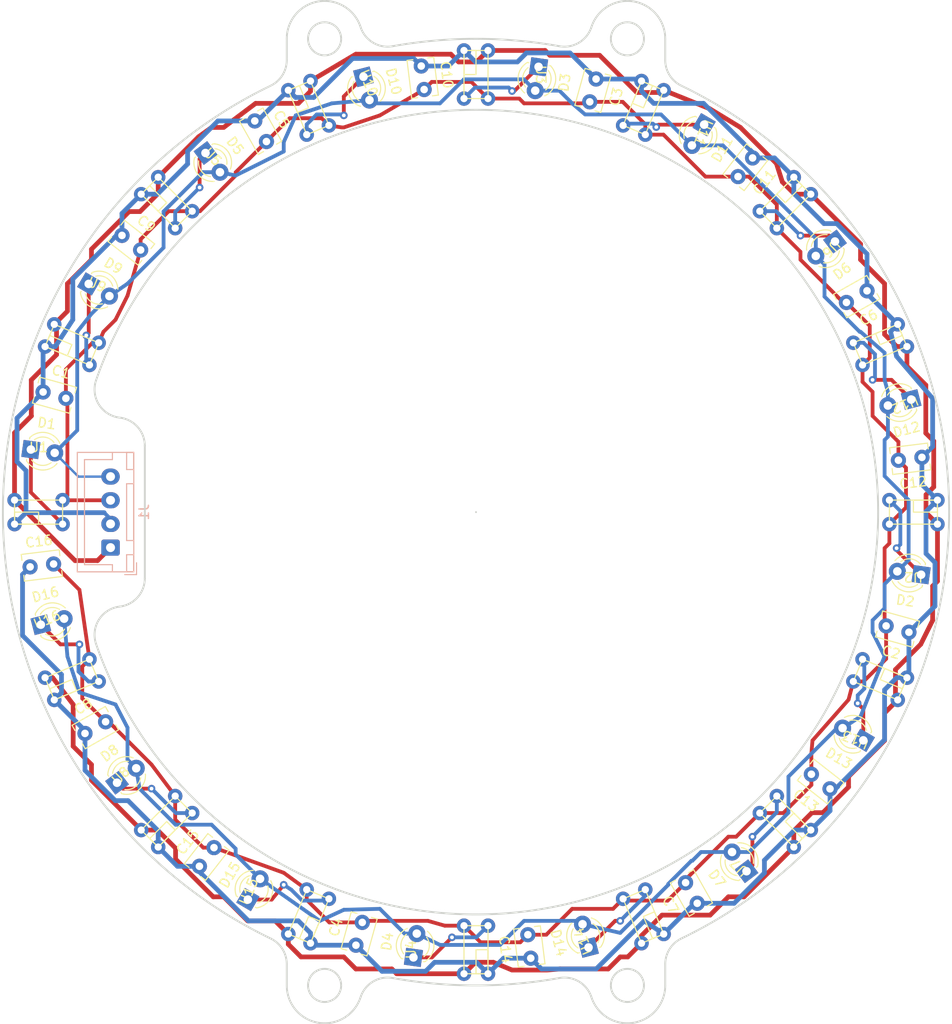
<source format=kicad_pcb>
(kicad_pcb (version 20211014) (generator pcbnew)
  (layers (0 "F.Cu" signal) (31 "B.Cu" signal) (34 "B.Paste" user) (35 "F.Paste" user) (36 "B.SilkS" user "B.Silkscreen") (37 "F.SilkS" user "F.Silkscreen") (38 "B.Mask" user) (39 "F.Mask" user) (44 "Edge.Cuts" user))
  (net 0 "")
  (net 1 "Net-(D1-Pad1)")
  (net 2 "5")
  (net 3 "Net-(D2-Pad1)")
  (net 4 "GND")
  (net 5 "+5V")
  (net 6 "Net-(D3-Pad1)")
  (net 7 "Net-(D4-Pad1)")
  (net 8 "Net-(D5-Pad1)")
  (net 9 "Net-(D6-Pad1)")
  (net 10 "Net-(D7-Pad1)")
  (net 11 "Net-(D8-Pad1)")
  (net 12 "Net-(D9-Pad1)")
  (net 13 "Net-(D10-Pad1)")
  (net 14 "Net-(D11-Pad1)")
  (net 15 "Net-(D12-Pad1)")
  (net 16 "Net-(D13-Pad1)")
  (net 17 "Net-(D14-Pad1)")
  (net 18 "Net-(D15-Pad1)")
  (net 19 "Net-(D16-Pad1)")
  (net 20 "1")
  (footprint "LED_THT:LED_D3.0mm_Clear" (layer "F.Cu") (at 180.988019 139.537582 127)
    (fp_text reference "D7")
    (fp_text value "LED")
  )
  (footprint "Capacitor_THT:C_Disc_D3.8mm_W2.6mm_P2.50mm" (layer "F.Cu") (at 199.524106 95.813887 -173)
    (fp_text reference "C12")
    (fp_text value "C_Small")
  )
  (footprint "Line_sennsor:Line_sennsor" (layer "F.Cu") (at 189.57826 73.401996 -135)
    (fp_text reference "U6")
    (fp_text value "S4282-51")
  )
  (footprint "Line_sennsor:Line_sennsor" (layer "F.Cu") (at 107.260857 113.424055 22.5)
    (fp_text reference "U16")
    (fp_text value "S4282-51")
  )
  (footprint "Line_sennsor:Line_sennsor" (layer "F.Cu") (at 106.172 95.25)
    (fp_text reference "U1")
    (fp_text value "S4282-51")
  )
  (footprint "LED_THT:LED_D3.0mm_Clear" (layer "F.Cu") (at 199.440704 108.21114 172)
    (fp_text reference "D2")
    (fp_text value "LED")
  )
  (footprint "Capacitor_THT:C_Disc_D3.8mm_W2.6mm_P2.50mm" (layer "F.Cu") (at 181.630376 64.186825 -128)
    (fp_text reference "C11")
    (fp_text value "C_Small")
  )
  (footprint "Line_sennsor:Line_sennsor" (layer "F.Cu") (at 198.628 107.95 180)
    (fp_text reference "U2")
    (fp_text value "S4282-51")
  )
  (footprint "Capacitor_THT:C_Disc_D3.8mm_W2.6mm_P2.50mm" (layer "F.Cu") (at 129.020714 60.277252 -60.5)
    (fp_text reference "C5")
    (fp_text value "C_Small")
  )
  (footprint "Capacitor_THT:C_Disc_D3.8mm_W2.6mm_P2.50mm" (layer "F.Cu") (at 111.077252 124.979286 29.5)
    (fp_text reference "C8")
    (fp_text value "C_Small")
  )
  (footprint "Line_sennsor:Line_sennsor" (layer "F.Cu") (at 124.201996 64.42174 -45)
    (fp_text reference "U5")
    (fp_text value "S4282-51")
  )
  (footprint "Line_sennsor:Line_sennsor" (layer "F.Cu") (at 115.22174 129.798004 45)
    (fp_text reference "U8")
    (fp_text value "S4282-51")
  )
  (footprint "LED_THT:LED_D3.0mm_Clear" (layer "F.Cu") (at 193.32997 125.709595 149.5)
    (fp_text reference "D13")
    (fp_text value "LED")
  )
  (footprint "LED_THT:LED_D3.0mm_Clear" (layer "F.Cu") (at 123.811981 63.662418 -53)
    (fp_text reference "D5")
    (fp_text value "LED")
  )
  (footprint "Line_sennsor:Line_sennsor" (layer "F.Cu") (at 192.679063 125.157325 157.5)
    (fp_text reference "U13")
    (fp_text value "S4282-51")
  )
  (footprint "Line_sennsor:Line_sennsor" (layer "F.Cu") (at 175.957325 61.320937 -112.5)
    (fp_text reference "U11")
    (fp_text value "S4282-51")
  )
  (footprint "LED_THT:LED_D3.0mm_Clear" (layer "F.Cu") (at 145.78886 148.640704 82)
    (fp_text reference "D4")
    (fp_text value "LED")
  )
  (footprint "Line_sennsor:Line_sennsor" (layer "F.Cu") (at 158.75 55.372 -90)
    (fp_text reference "U3")
    (fp_text value "S4282-51")
  )
  (footprint "Line_sennsor:Line_sennsor" (layer "F.Cu") (at 112.120937 78.042675 -22.5)
    (fp_text reference "U9")
    (fp_text value "S4282-51")
  )
  (footprint "LED_THT:LED_D3.0mm_Clear" (layer "F.Cu") (at 198.389917 89.706199 -165.5)
    (fp_text reference "D12")
    (fp_text value "LED")
  )
  (footprint "LED_THT:LED_D3.0mm_Clear" (layer "F.Cu") (at 190.337582 73.011981 -143)
    (fp_text reference "D6")
    (fp_text value "LED")
  )
  (footprint "Line_sennsor:Line_sennsor" (layer "F.Cu") (at 140.575945 56.460857 -67.5)
    (fp_text reference "U10")
    (fp_text value "S4282-51")
  )
  (footprint "Capacitor_THT:C_Disc_D3.8mm_W2.6mm_P2.50mm" (layer "F.Cu") (at 114.986825 72.369624 -38)
    (fp_text reference "C9")
    (fp_text value "C_Small")
  )
  (footprint "Capacitor_THT:C_Disc_D3.8mm_W2.6mm_P2.50mm" (layer "F.Cu") (at 189.813175 130.830376 142)
    (fp_text reference "C13")
    (fp_text value "C_Small")
  )
  (footprint "Capacitor_THT:C_Disc_D3.8mm_W2.6mm_P2.50mm" (layer "F.Cu") (at 139.712056 147.351246 74.5)
    (fp_text reference "C4")
    (fp_text value "C_Small")
  )
  (footprint "Line_sennsor:Line_sennsor" (layer "F.Cu") (at 197.539143 89.775945 -157.5)
    (fp_text reference "U12")
    (fp_text value "S4282-51")
  )
  (footprint "Line_sennsor:Line_sennsor" (layer "F.Cu") (at 146.05 147.828 90)
    (fp_text reference "U4")
    (fp_text value "S4282-51")
  )
  (footprint "Line_sennsor:Line_sennsor" (layer "F.Cu") (at 128.842675 141.879063 67.5)
    (fp_text reference "U15")
    (fp_text value "S4282-51")
  )
  (footprint "LED_THT:LED_D3.0mm_Clear" (layer "F.Cu") (at 128.290405 142.52997 59.5)
    (fp_text reference "D15")
    (fp_text value "LED")
  )
  (footprint "LED_THT:LED_D3.0mm_Clear" (layer "F.Cu") (at 105.359296 94.98886 -8)
    (fp_text reference "D1")
    (fp_text value "LED")
  )
  (footprint "Capacitor_THT:C_Disc_D3.8mm_W2.6mm_P2.50mm" (layer "F.Cu") (at 106.648754 88.912056 -15.5)
    (fp_text reference "C1")
    (fp_text value "C_Small")
  )
  (footprint "Line_sennsor:Line_sennsor" (layer "F.Cu") (at 180.598004 138.77826 135)
    (fp_text reference "U7")
    (fp_text value "S4282-51")
  )
  (footprint "Capacitor_THT:C_Disc_D3.8mm_W2.6mm_P2.50mm" (layer "F.Cu") (at 165.087944 55.848754 -105.5)
    (fp_text reference "C3")
    (fp_text value "C_Small")
  )
  (footprint "LED_THT:LED_D3.0mm_Clear" (layer "F.Cu") (at 114.462418 130.188019 37)
    (fp_text reference "D8")
    (fp_text value "LED")
  )
  (footprint "Capacitor_THT:C_Disc_D3.8mm_W2.6mm_P2.50mm" (layer "F.Cu") (at 198.151246 114.287944 164.5)
    (fp_text reference "C2")
    (fp_text value "C_Small")
  )
  (footprint "Capacitor_THT:C_Disc_D3.8mm_W2.6mm_P2.50mm" (layer "F.Cu") (at 123.169624 139.013175 52)
    (fp_text reference "C15")
    (fp_text value "C_Small")
  )
  (footprint "LED_THT:LED_D3.0mm_Clear" (layer "F.Cu") (at 159.01114 54.559296 -98)
    (fp_text reference "D3")
    (fp_text value "LED")
  )
  (footprint "Capacitor_THT:C_Disc_D3.8mm_W2.6mm_P2.50mm" (layer "F.Cu") (at 193.722748 78.220714 -150.5)
    (fp_text reference "C6")
    (fp_text value "C_Small")
  )
  (footprint "Capacitor_THT:C_Disc_D3.8mm_W2.6mm_P2.50mm" (layer "F.Cu") (at 105.275894 107.386113 7)
    (fp_text reference "C16")
    (fp_text value "C_Small")
  )
  (footprint "Capacitor_THT:C_Disc_D3.8mm_W2.6mm_P2.50mm" (layer "F.Cu") (at 175.779286 142.922748 119.5)
    (fp_text reference "C7")
    (fp_text value "C_Small")
  )
  (footprint "LED_THT:LED_D3.0mm_Clear" (layer "F.Cu") (at 140.506199 55.610083 -75.5)
    (fp_text reference "D10")
    (fp_text value "LED")
  )
  (footprint "Line_sennsor:Line_sennsor" (layer "F.Cu") (at 164.224055 146.739143 112.5)
    (fp_text reference "U14")
    (fp_text value "S4282-51")
  )
  (footprint "LED_THT:LED_D3.0mm_Clear" (layer "F.Cu") (at 164.293801 147.589917 104.5)
    (fp_text reference "D14")
    (fp_text value "LED")
  )
  (footprint "LED_THT:LED_D3.0mm_Clear" (layer "F.Cu") (at 111.47003 77.490405 -30.5)
    (fp_text reference "D9")
    (fp_text value "LED")
  )
  (footprint "Capacitor_THT:C_Disc_D3.8mm_W2.6mm_P2.50mm" (layer "F.Cu") (at 146.613887 54.475894 -83)
    (fp_text reference "C10")
    (fp_text value "C_Small")
  )
  (footprint "LED_THT:LED_D3.0mm_Clear" (layer "F.Cu") (at 106.410083 113.493801 14.5)
    (fp_text reference "D16")
    (fp_text value "LED")
  )
  (footprint "Capacitor_THT:C_Disc_D3.8mm_W2.6mm_P2.50mm" (layer "F.Cu") (at 158.186113 148.724106 97)
    (fp_text reference "C14")
    (fp_text value "C_Small")
  )
  (footprint "LED_THT:LED_D3.0mm_Clear" (layer "F.Cu") (at 176.509595 60.67003 -120.5)
    (fp_text reference "D11")
    (fp_text value "LED")
  )
  (footprint "Connector_JST:JST_XH_B4B-XH-A_1x04_P2.50mm_Vertical" (layer "B.Cu") (at 113.775 105.35 90)
    (fp_text reference "J1")
    (fp_text value "Conn_01x04_Female")
  )
  (gr_line (start 132.4 51.6) (end 132.4 53.850655) (layer "Edge.Cuts") (width 0.2))
  (gr_circle (center 136.4 151.6) (end 138.15 151.6) (layer "Edge.Cuts") (width 0.2) (fill none))
  (gr_arc (start 130.701887 146.646552) (mid 102.4 101.6) (end 130.701887 56.553448) (layer "Edge.Cuts") (width 0.2))
  (gr_arc (start 143.584207 52.383318) (mid 152.4 51.6) (end 161.215793 52.383318) (layer "Edge.Cuts") (width 0.2))
  (gr_line (start 172.4 53.850654) (end 172.4 51.6) (layer "Edge.Cuts") (width 0.2))
  (gr_arc (start 140.203005 152.839819) (mid 141.514899 151.19533) (end 143.584207 150.816682) (layer "Edge.Cuts") (width 0.2))
  (gr_circle (center 152.4 101.6) (end 152.5 101.6) (layer "Edge.Cuts") (width 0.0001) (fill solid))
  (gr_arc (start 174.098113 56.553448) (mid 202.4 101.6) (end 174.098113 146.646552) (layer "Edge.Cuts") (width 0.2))
  (gr_arc (start 132.4 53.850655) (mid 131.940242 55.44664) (end 130.701887 56.553448) (layer "Edge.Cuts") (width 0.2))
  (gr_arc (start 114.743407 91.619719) (mid 116.639444 92.603781) (end 117.399999 94.6) (layer "Edge.Cuts") (width 0.2))
  (gr_arc (start 172.4 151.6) (mid 169.027686 155.550444) (end 164.596995 152.839819) (layer "Edge.Cuts") (width 0.2))
  (gr_arc (start 172.4 149.349346) (mid 172.85974 147.753342) (end 174.098113 146.646552) (layer "Edge.Cuts") (width 0.2))
  (gr_arc (start 112.252901 87.655093) (mid 194.9 101.6) (end 112.252901 115.544907) (layer "Edge.Cuts") (width 0.2))
  (gr_arc (start 164.596995 50.360181) (mid 163.285101 52.004672) (end 161.215793 52.383318) (layer "Edge.Cuts") (width 0.2))
  (gr_arc (start 161.215793 150.816682) (mid 163.2851 151.195331) (end 164.596995 152.839819) (layer "Edge.Cuts") (width 0.2))
  (gr_circle (center 136.4 51.6) (end 138.15 51.6) (layer "Edge.Cuts") (width 0.2) (fill none))
  (gr_arc (start 140.203005 152.839819) (mid 135.772314 155.550444) (end 132.4 151.6) (layer "Edge.Cuts") (width 0.2))
  (gr_arc (start 130.701887 146.646552) (mid 131.940242 147.75336) (end 132.4 149.349346) (layer "Edge.Cuts") (width 0.2))
  (gr_line (start 117.399999 108.6) (end 117.399999 94.6) (layer "Edge.Cuts") (width 0.2))
  (gr_circle (center 168.4 51.6) (end 170.15 51.6) (layer "Edge.Cuts") (width 0.2) (fill none))
  (gr_circle (center 168.4 151.6) (end 170.15 151.6) (layer "Edge.Cuts") (width 0.2) (fill none))
  (gr_line (start 172.4 151.6) (end 172.4 149.349346) (layer "Edge.Cuts") (width 0.2))
  (gr_arc (start 174.098113 56.553448) (mid 172.859756 55.44664) (end 172.4 53.850654) (layer "Edge.Cuts") (width 0.2))
  (gr_line (start 132.4 149.349346) (end 132.4 151.6) (layer "Edge.Cuts") (width 0.2))
  (gr_arc (start 164.596995 50.360181) (mid 169.027686 47.649556) (end 172.4 51.6) (layer "Edge.Cuts") (width 0.2))
  (gr_arc (start 132.4 51.6) (mid 135.772314 47.649556) (end 140.203005 50.360181) (layer "Edge.Cuts") (width 0.2))
  (gr_arc (start 117.399999 108.6) (mid 116.639444 110.596219) (end 114.743407 111.580281) (layer "Edge.Cuts") (width 0.2))
  (gr_arc (start 112.252901 115.544907) (mid 112.546458 112.964756) (end 114.743407 111.580281) (layer "Edge.Cuts") (width 0.2))
  (gr_arc (start 143.584207 52.383318) (mid 141.514899 52.00467) (end 140.203005 50.360181) (layer "Edge.Cuts") (width 0.2))
  (gr_arc (start 114.743407 91.619719) (mid 112.546458 90.235244) (end 112.252901 87.655093) (layer "Edge.Cuts") (width 0.2))
  (gr_arc (start 161.215793 150.816682) (mid 152.4 151.6) (end 143.584207 150.816682) (layer "Edge.Cuts") (width 0.2))
  (segment (start 105.359296 99.517296) (end 105.359296 94.98886) (width 0.4) (layer "F.Cu") (net 1))
  (segment (start 108.712 102.87) (end 105.359296 99.517296) (width 0.4) (layer "F.Cu") (net 1))
  (segment (start 195.58 87.63) (end 195.930822 88.9) (width 0.4) (layer "B.Cu") (net 2))
  (segment (start 148.59 147.32) (end 146.14236 146.125423) (width 0.4) (layer "B.Cu") (net 2))
  (segment (start 109.22 116.84) (end 108.869178 112.857836) (width 0.4) (layer "B.Cu") (net 2))
  (segment (start 127 137.76188) (end 127 137.16) (width 0.4) (layer "B.Cu") (net 2))
  (segment (start 185.42 133.35) (end 181.260952 137.509048) (width 0.4) (layer "B.Cu") (net 2))
  (segment (start 135.89 144.78) (end 129.579552 140.341432) (width 0.4) (layer "B.Cu") (net 2))
  (segment (start 125.340591 65.690952) (end 127 66.04) (width 0.4) (layer "B.Cu") (net 2))
  (segment (start 115.57 127.738457) (end 115.57 124.36872) (width 0.4) (layer "B.Cu") (net 2))
  (segment (start 141.142164 58.069178) (end 141.492986 58.42) (width 0.4) (layer "B.Cu") (net 2))
  (segment (start 194.31 114.3) (end 195.58 116.84) (width 0.4) (layer "B.Cu") (net 2))
  (segment (start 188.332043 74.540591) (end 189.23 75.438548) (width 0.4) (layer "B.Cu") (net 2))
  (segment (start 195.58 84.7725) (end 195.58 87.63) (width 0.4) (layer "B.Cu") (net 2))
  (segment (start 162.56 58.42) (end 163.929968 59.590032) (width 0.4) (layer "B.Cu") (net 2))
  (segment (start 161.214577 57.074577) (end 162.56 58.42) (width 0.4) (layer "B.Cu") (net 2))
  (segment (start 157.48 144.78) (end 154.94 147.32) (width 0.4) (layer "B.Cu") (net 2))
  (segment (start 111.76 80.651432) (end 113.658568 78.779552) (width 0.4) (layer "B.Cu") (net 2))
  (segment (start 154.94 147.32) (end 148.59 147.32) (width 0.4) (layer "B.Cu") (net 2))
  (segment (start 158.65764 57.074577) (end 161.214577 57.074577) (width 0.4) (layer "B.Cu") (net 2))
  (segment (start 163.657836 145.130822) (end 163.307014 144.78) (width 0.4) (layer "B.Cu") (net 2))
  (segment (start 133.35 59.69) (end 137.16 58.42) (width 0.4) (layer "B.Cu") (net 2))
  (segment (start 167.64 146.05) (end 163.657836 145.130822) (width 0.4) (layer "B.Cu") (net 2))
  (segment (start 190.539552 124.420448) (end 185.42 129.54) (width 0.4) (layer "B.Cu") (net 2))
  (segment (start 141.492986 58.42) (end 148.59 58.42) (width 0.4) (layer "B.Cu") (net 2))
  (segment (start 175.26 138.43) (end 175.16872 138.43) (width 0.4) (layer "B.Cu") (net 2))
  (segment (start 171.951912 59.590032) (end 175.220448 62.858568) (width 0.4) (layer "B.Cu") (net 2))
  (segment (start 188.309048 74.540591) (end 188.332043 74.540591) (width 0.4) (layer "B.Cu") (net 2))
  (segment (start 110.382217 97.85) (end 107.874577 95.34236) (width 0.25) (layer "B.Cu") (net 2))
  (segment (start 157.463063 55.88) (end 158.65764 57.074577) (width 0.4) (layer "B.Cu") (net 2))
  (segment (start 193.04 123.19) (end 191.141432 124.420448) (width 0.4) (layer "B.Cu") (net 2))
  (segment (start 192.94872 82.55) (end 193.04 82.55) (width 0.4) (layer "B.Cu") (net 2))
  (segment (start 142.24 143.51) (end 138.43 143.609968) (width 0.4) (layer "B.Cu") (net 2))
  (segment (start 132.08 62.508932) (end 133.35 59.69) (width 0.4) (layer "B.Cu") (net 2))
  (segment (start 181.260952 137.509048) (end 179.459409 137.509048) (width 0.4) (layer "B.Cu") (net 2))
  (segment (start 195.930822 93.629178) (end 195.58 93.98) (width 0.4) (layer "B.Cu") (net 2))
  (segment (start 175.16872 138.43) (end 172.72 140.87872) (width 0.4) (layer "B.Cu") (net 2))
  (segment (start 198.12 100.33) (end 198.12 106.663063) (width 0.4) (layer "B.Cu") (net 2))
  (segment (start 137.16 58.42) (end 141.142164 58.069178) (width 0.4) (layer "B.Cu") (net 2))
  (segment (start 113.658568 78.779552) (end 115.57 77.47) (width 0.4) (layer "B.Cu") (net 2))
  (segment (start 175.220448 62.858568) (end 178.489304 62.858568) (width 0.4) (layer "B.Cu") (net 2))
  (segment (start 148.59 58.42) (end 151.13 55.88) (width 0.4) (layer "B.Cu") (net 2))
  (segment (start 127 66.04) (end 132.08 63.5) (width 0.4) (layer "B.Cu") (net 2))
  (segment (start 189.23 78.83128) (end 192.94872 82.55) (width 0.4) (layer "B.Cu") (net 2))
  (segment (start 151.13 55.88) (end 157.463063 55.88) (width 0.4) (layer "B.Cu") (net 2))
  (segment (start 195.58 93.98) (end 195.58 97.79) (width 0.4) (layer "B.Cu") (net 2))
  (segment (start 163.307014 144.78) (end 157.48 144.78) (width 0.4) (layer "B.Cu") (net 2))
  (segment (start 138.43 143.609968) (end 135.89 144.78) (width 0.4) (layer "B.Cu") (net 2))
  (segment (start 119.38 73.66) (end 119.38 69.85) (width 0.4) (layer "B.Cu") (net 2))
  (segment (start 176.180952 137.509048) (end 175.26 138.43) (width 0.4) (layer "B.Cu") (net 2))
  (segment (start 144.855423 146.125423) (end 142.24 143.51) (width 0.4) (layer "B.Cu") (net 2))
  (segment (start 172.72 140.97) (end 167.64 146.05) (width 0.4) (layer "B.Cu") (net 2))
  (segment (start 196.925423 107.85764) (end 195.58 109.203063) (width 0.4) (layer "B.Cu") (net 2))
  (segment (start 195.58 111.76) (end 194.31 113.03) (width 0.4) (layer "B.Cu") (net 2))
  (segment (start 123.539048 65.690952) (end 125.340591 65.690952) (width 0.4) (layer "B.Cu") (net 2))
  (segment (start 178.489304 62.858568) (end 188.309048 72.678312) (width 0.4) (layer "B.Cu") (net 2))
  (segment (start 113.775 97.85) (end 110.382217 97.85) (width 0.25) (layer "B.Cu") (net 2))
  (segment (start 195.930822 90.342164) (end 195.930822 93.629178) (width 0.4) (layer "B.Cu") (net 2))
  (segment (start 179.459409 137.509048) (end 176.180952 137.509048) (width 0.4) (layer "B.Cu") (net 2))
  (segment (start 124.46 134.62) (end 120.65 134.62) (width 0.4) (layer "B.Cu") (net 2))
  (segment (start 116.84 130.81) (end 116.490952 128.659409) (width 0.4) (layer "B.Cu") (net 2))
  (segment (start 116.490952 128.659409) (end 115.57 127.738457) (width 0.4) (layer "B.Cu") (net 2))
  (segment (start 114.3 121.92) (end 110.49 120.65) (width 0.4) (layer "B.Cu") (net 2))
  (segment (start 132.08 63.5) (end 132.08 62.508932) (width 0.4) (layer "B.Cu") (net 2))
  (segment (start 172.72 140.87872) (end 172.72 140.97) (width 0.4) (layer "B.Cu") (net 2))
  (segment (start 163.929968 59.590032) (end 171.951912 59.590032) (width 0.4) (layer "B.Cu") (net 2))
  (segment (start 110.257341 82.55) (end 111.76 80.651432) (width 0.4) (layer "B.Cu") (net 2))
  (segment (start 194.31 113.03) (end 194.31 114.3) (width 0.4) (layer "B.Cu") (net 2))
  (segment (start 191.141432 124.420448) (end 190.539552 124.420448) (width 0.4) (layer "B.Cu") (net 2))
  (segment (start 146.14236 146.125423) (end 144.855423 146.125423) (width 0.4) (layer "B.Cu") (net 2))
  (segment (start 189.23 75.438548) (end 189.23 78.83128) (width 0.4) (layer "B.Cu") (net 2))
  (segment (start 195.930822 88.9) (end 195.930822 90.342164) (width 0.4) (layer "B.Cu") (net 2))
  (segment (start 198.12 106.663063) (end 196.925423 107.85764) (width 0.4) (layer "B.Cu") (net 2))
  (segment (start 127 137.16) (end 124.46 134.62) (width 0.4) (layer "B.Cu") (net 2))
  (segment (start 107.874577 95.34236) (end 110.257341 92.959596) (width 0.4) (layer "B.Cu") (net 2))
  (segment (start 188.309048 72.678312) (end 188.309048 74.540591) (width 0.4) (layer "B.Cu") (net 2))
  (segment (start 129.579552 140.341432) (end 127 137.76188) (width 0.4) (layer "B.Cu") (net 2))
  (segment (start 195.58 109.203063) (end 195.58 111.76) (width 0.4) (layer "B.Cu") (net 2))
  (segment (start 120.65 134.62) (end 116.84 130.81) (width 0.4) (layer "B.Cu") (net 2))
  (segment (start 195.58 116.84) (end 193.04 123.19) (width 0.4) (layer "B.Cu") (net 2))
  (segment (start 195.58 97.79) (end 198.12 100.33) (width 0.4) (layer "B.Cu") (net 2))
  (segment (start 119.38 69.85) (end 123.539048 65.690952) (width 0.4) (layer "B.Cu") (net 2))
  (segment (start 193.04 82.55) (end 195.58 84.7725) (width 0.4) (layer "B.Cu") (net 2))
  (segment (start 115.57 124.36872) (end 114.3 121.92) (width 0.4) (layer "B.Cu") (net 2))
  (segment (start 185.42 129.54) (end 185.42 133.35) (width 0.4) (layer "B.Cu") (net 2))
  (segment (start 115.57 77.47) (end 119.38 73.66) (width 0.4) (layer "B.Cu") (net 2))
  (segment (start 110.257341 92.959596) (end 110.257341 82.55) (width 0.4) (layer "B.Cu") (net 2))
  (segment (start 110.49 120.65) (end 109.22 116.84) (width 0.4) (layer "B.Cu") (net 2))
  (segment (start 196.85 105.41) (end 196.85 105.620436) (width 0.4) (layer "F.Cu") (net 3))
  (segment (start 196.85 105.620436) (end 199.440704 108.21114) (width 0.4) (layer "F.Cu") (net 3))
  (via (at 196.85 105.41) (size 0.8) (drill 0.4) (layers "F.Cu" "B.Cu") (net 3))
  (segment (start 196.088 100.33) (end 197.249511 101.491511) (width 0.4) (layer "B.Cu") (net 3))
  (segment (start 197.249511 105.010489) (end 196.85 105.41) (width 0.4) (layer "B.Cu") (net 3))
  (segment (start 197.249511 101.491511) (end 197.249511 105.010489) (width 0.4) (layer "B.Cu") (net 3))
  (segment (start 132.563967 57.030251) (end 133.325966 57.79225) (width 0.5) (layer "B.Cu") (net 4))
  (segment (start 146.613887 54.475894) (end 149.486106 54.475894) (width 0.5) (layer "B.Cu") (net 4))
  (segment (start 104.843511 101.658489) (end 104.843511 97.223511) (width 0.5) (layer "B.Cu") (net 4))
  (segment (start 111.077252 124.683034) (end 107.830251 121.436033) (width 0.5) (layer "B.Cu") (net 4))
  (segment (start 196.20775 82.525966) (end 196.85 85.145648) (width 0.5) (layer "B.Cu") (net 4))
  (segment (start 128.353785 144.78) (end 123.169624 139.595839) (width 0.5) (layer "B.Cu") (net 4))
  (segment (start 193.722748 74.323887) (end 193.722748 78.220714) (width 0.5) (layer "B.Cu") (net 4))
  (segment (start 169.889379 56.058235) (end 169.889379 57.135865) (width 0.5) (layer "B.Cu") (net 4))
  (segment (start 114.986825 70.044808) (end 117.017791 68.013842) (width 0.5) (layer "B.Cu") (net 4))
  (segment (start 175.483034 142.922748) (end 172.236033 146.169749) (width 0.5) (layer "B.Cu") (net 4))
  (segment (start 170.18 144.78) (end 165.1 149.86) (width 0.5) (layer "B.Cu") (net 4))
  (segment (start 117.017791 68.013842) (end 118.731127 68.013842) (width 0.5) (layer "B.Cu") (net 4))
  (segment (start 199.956489 105.976489) (end 200.906721 106.926721) (width 0.5) (layer "B.Cu") (net 4))
  (segment (start 197.941765 119.089379) (end 196.864135 119.089379) (width 0.5) (layer "B.Cu") (net 4))
  (segment (start 121.92 63.481139) (end 125.123887 60.277252) (width 0.5) (layer "B.Cu") (net 4))
  (segment (start 152.341511 54.043511) (end 156.776489 54.043511) (width 0.5) (layer "B.Cu") (net 4))
  (segment (start 195.58 125.646215) (end 190.395839 130.830376) (width 0.5) (layer "B.Cu") (net 4))
  (segment (start 114.404161 72.369624) (end 114.986825 72.369624) (width 0.5) (layer "B.Cu") (net 4))
  (segment (start 113.106511 101.658489) (end 104.843511 101.658489) (width 0.5) (layer "B.Cu") (net 4))
  (segment (start 176.446215 58.42) (end 181.630376 63.604161) (width 0.5) (layer "B.Cu") (net 4))
  (segment (start 103.632 102.87) (end 104.843511 101.658489) (width 0.5) (layer "B.Cu") (net 4))
  (segment (start 199.524106 95.813887) (end 199.524106 98.686106) (width 0.5) (layer "B.Cu") (net 4))
  (segment (start 159.322007 149.86) (end 158.186113 148.724106) (width 0.5) (layer "B.Cu") (net 4))
  (segment (start 104.475895 108.186112) (end 105.275894 107.386113) (width 0.5) (layer "B.Cu") (net 4))
  (segment (start 113.775 102.326978) (end 113.106511 101.658489) (width 0.4) (layer "B.Cu") (net 4))
  (segment (start 158.186113 148.724106) (end 155.313894 148.724106) (width 0.5) (layer "B.Cu") (net 4))
  (segment (start 181.630376 64.186825) (end 183.955192 64.186825) (width 0.5) (layer "B.Cu") (net 4))
  (segment (start 109.788259 81.28) (end 109.788259 76.985526) (width 0.5) (layer "B.Cu") (net 4))
  (segment (start 142.467531 150.106721) (end 139.712056 147.351246) (width 0.5) (layer "B.Cu") (net 4))
  (segment (start 179.676113 142.922748) (end 175.779286 142.922748) (width 0.5) (layer "B.Cu") (net 4))
  (segment (start 114.986825 72.369624) (end 114.986825 70.044808) (width 0.5) (layer "B.Cu") (net 4))
  (segment (start 189.813175 130.830376) (end 189.813175 133.155192) (width 0.5) (layer "B.Cu") (net 4))
  (segment (start 133.325966 57.79225) (end 135.24775 57.79225) (width 0.5) (layer "B.Cu") (net 4))
  (segment (start 104.475895 114.635895) (end 104.475895 108.186112) (width 0.5) (layer "B.Cu") (net 4))
  (segment (start 182.88 139.718861) (end 179.676113 142.922748) (width 0.5) (layer "B.Cu") (net 4))
  (segment (start 125.123887 60.277252) (end 129.020714 60.277252) (width 0.5) (layer "B.Cu") (net 4))
  (segment (start 200.906721 111.532469) (end 198.151246 114.287944) (width 0.5) (layer "B.Cu") (net 4))
  (segment (start 157.726721 53.093279) (end 162.332469 53.093279) (width 0.5) (layer "B.Cu") (net 4))
  (segment (start 193.722748 78.220714) (end 193.722748 78.516966) (width 0.5) (layer "B.Cu") (net 4))
  (segment (start 123.169624 139.013175) (end 120.844808 139.013175) (width 0.5) (layer "B.Cu") (net 4))
  (segment (start 201.168 100.33) (end 199.956489 101.541511) (width 0.5) (layer "B.Cu") (net 4))
  (segment (start 111.077252 124.979286) (end 111.077252 124.683034) (width 0.5) (layer "B.Cu") (net 4))
  (segment (start 108.59225 120.674034) (end 108.59225 118.75225) (width 0.5) (layer "B.Cu") (net 4))
  (segment (start 199.524106 98.686106) (end 201.168 100.33) (width 0.5) (layer "B.Cu") (net 4))
  (segment (start 196.85 85.145648) (end 200.66 89.597898) (width 0.5) (layer "B.Cu") (net 4))
  (segment (start 199.956489 101.541511) (end 199.956489 105.976489) (width 0.5) (layer "B.Cu") (net 4))
  (segment (start 120.844808 139.013175) (end 118.813842 136.982209) (width 0.5) (layer "B.Cu") (net 4))
  (segment (start 123.169624 139.595839) (end 123.169624 139.013175) (width 0.5) (layer "B.Cu") (net 4))
  (segment (start 200.906721 106.926721) (end 200.906721 111.532469) (width 0.5) (layer "B.Cu") (net 4))
  (segment (start 181.630376 63.604161) (end 181.630376 64.186825) (width 0.5) (layer "B.Cu") (net 4))
  (segment (start 196.969749 81.763967) (end 196.20775 82.525966) (width 0.5) (layer "B.Cu") (net 4))
  (segment (start 108.59225 118.75225) (end 104.475895 114.635895) (width 0.5) (layer "B.Cu") (net 4))
  (segment (start 139.364105 53.675895) (end 145.813888 53.675895) (width 0.5) (layer "B.Cu") (net 4))
  (segment (start 147.073279 150.106721) (end 142.467531 150.106721) (width 0.5) (layer "B.Cu") (net 4))
  (segment (start 135.24775 57.79225) (end 139.364105 53.675895) (width 0.5) (layer "B.Cu") (net 4))
  (segment (start 162.332469 53.093279) (end 165.087944 55.848754) (width 0.5) (layer "B.Cu") (net 4))
  (segment (start 165.1 149.86) (end 159.322007 149.86) (width 0.5) (layer "B.Cu") (net 4))
  (segment (start 182.88 138.375031) (end 182.88 139.718861) (width 0.5) (layer "B.Cu") (net 4))
  (segment (start 183.955192 64.186825) (end 185.986158 66.217791) (width 0.5) (layer "B.Cu") (net 4))
  (segment (start 189.813175 133.155192) (end 187.782209 135.186158) (width 0.5) (layer "B.Cu") (net 4))
  (segment (start 155.313894 148.724106) (end 153.67 150.368) (width 0.5) (layer "B.Cu") (net 4))
  (segment (start 113.775 102.85) (end 113.775 102.326978) (width 0.4) (layer "B.Cu") (net 4))
  (segment (start 172.236033 146.169749) (end 170.18 144.78) (width 0.5) (layer "B.Cu") (net 4))
  (segment (start 103.893279 96.273279) (end 103.893279 91.667531) (width 0.5) (layer "B.Cu") (net 4))
  (segment (start 165.087944 55.848754) (end 169.679898 55.848754) (width 0.5) (layer "B.Cu") (net 4))
  (segment (start 187.782209 135.186158) (end 186.068873 135.186158) (width 0.5) (layer "B.Cu") (net 4))
  (segment (start 118.813842 136.982209) (end 118.813842 135.268873) (width 0.5) (layer "B.Cu") (net 4))
  (segment (start 198.151246 118.879898) (end 197.941765 119.089379) (width 0.5) (layer "B.Cu") (net 4))
  (segment (start 106.648754 84.320102) (end 106.858235 84.110621) (width 0.5) (layer "B.Cu") (net 4))
  (segment (start 149.486106 54.475894) (end 151.13 52.832) (width 0.5) (layer "B.Cu") (net 4))
  (segment (start 152.458489 149.156489) (end 148.023511 149.156489) (width 0.5) (layer "B.Cu") (net 4))
  (segment (start 200.66 94.677993) (end 199.524106 95.813887) (width 0.5) (layer "B.Cu") (net 4))
  (segment (start 114.281139 132.08) (end 111.077252 128.876113) (width 0.5) (layer "B.Cu") (net 4))
  (segment (start 103.893279 91.667531) (end 106.648754 88.912056) (width 0.5) (layer "B.Cu") (net 4))
  (segment (start 175.779286 142.922748) (end 175.483034 142.922748) (width 0.5) (layer "B.Cu") (net 4))
  (segment (start 186.068873 135.186158) (end 182.88 138.375031) (width 0.5) (layer "B.Cu") (net 4))
  (segment (start 133.626486 144.78) (end 128.353785 144.78) (width 0.5) (layer "B.Cu") (net 4))
  (segment (start 118.731127 68.013842) (end 121.92 64.824969) (width 0.5) (layer "B.Cu") (net 4))
  (segment (start 195.58 120.373514) (end 195.58 125.646215) (width 0.5) (layer "B.Cu") (net 4))
  (segment (start 193.722748 78.516966) (end 196.969749 81.763967) (width 0.5) (layer "B.Cu") (net 4))
  (segment (start 169.889379 57.135865) (end 171.173514 58.42) (width 0.5) (layer "B.Cu") (net 4))
  (segment (start 135.120102 147.351246) (end 134.910621 147.141765) (width 0.5) (layer "B.Cu") (net 4))
  (segment (start 109.788259 76.985526) (end 114.404161 72.369624) (width 0.5) (layer "B.Cu") (net 4))
  (segment (start 106.858235 84.110621) (end 107.935865 84.110621) (width 0.5) (layer "B.Cu") (net 4))
  (segment (start 134.910621 147.141765) (end 134.910621 146.064135) (width 0.5) (layer "B.Cu") (net 4))
  (segment (start 118.813842 135.268873) (end 115.624969 132.08) (width 0.5) (layer "B.Cu") (net 4))
  (segment (start 121.92 64.824969) (end 121.92 63.481139) (width 0.5) (layer "B.Cu") (net 4))
  (segment (start 107.830251 121.436033) (end 108.59225 120.674034) (width 0.5) (layer "B.Cu") (net 4))
  (segment (start 156.776489 54.043511) (end 157.726721 53.093279) (width 0.5) (layer "B.Cu") (net 4))
  (segment (start 106.648754 88.912056) (end 106.648754 84.320102) (width 0.5) (layer "B.Cu") (net 4))
  (segment (start 104.843511 97.223511) (end 103.893279 96.273279) (width 0.5) (layer "B.Cu") (net 4))
  (segment (start 145.813888 53.675895) (end 146.613887 54.475894) (width 0.5) (layer "B.Cu") (net 4))
  (segment (start 151.13 52.832) (end 152.341511 54.043511) (width 0.5) (layer "B.Cu") (net 4))
  (segment (start 148.023511 149.156489) (end 147.073279 150.106721) (width 0.5) (layer "B.Cu") (net 4))
  (segment (start 189.175031 71.12) (end 190.518861 71.12) (width 0.5) (layer "B.Cu") (net 4))
  (segment (start 196.864135 119.089379) (end 195.58 120.373514) (width 0.5) (layer "B.Cu") (net 4))
  (segment (start 190.395839 130.830376) (end 189.813175 130.830376) (width 0.5) (layer "B.Cu") (net 4))
  (segment (start 153.67 150.368) (end 152.458489 149.156489) (width 0.5) (layer "B.Cu") (net 4))
  (segment (start 134.910621 146.064135) (end 133.626486 144.78) (width 0.5) (layer "B.Cu") (net 4))
  (segment (start 190.518861 71.12) (end 193.722748 74.323887) (width 0.5) (layer "B.Cu") (net 4))
  (segment (start 129.020714 60.277252) (end 129.316966 60.277252) (width 0.5) (layer "B.Cu") (net 4))
  (segment (start 185.986158 66.217791) (end 185.986158 67.931127) (width 0.5) (layer "B.Cu") (net 4))
  (segment (start 169.679898 55.848754) (end 169.889379 56.058235) (width 0.5) (layer "B.Cu") (net 4))
  (segment (start 185.986158 67.931127) (end 189.175031 71.12) (width 0.5) (layer "B.Cu") (net 4))
  (segment (start 129.316966 60.277252) (end 132.563967 57.030251) (width 0.5) (layer "B.Cu") (net 4))
  (segment (start 171.173514 58.42) (end 176.446215 58.42) (width 0.5) (layer "B.Cu") (net 4))
  (segment (start 111.077252 128.876113) (end 111.077252 124.979286) (width 0.5) (layer "B.Cu") (net 4))
  (segment (start 107.935865 84.110621) (end 109.788259 81.28) (width 0.5) (layer "B.Cu") (net 4))
  (segment (start 200.66 89.597898) (end 200.66 94.677993) (width 0.5) (layer "B.Cu") (net 4))
  (segment (start 139.712056 147.351246) (end 135.120102 147.351246) (width 0.5) (layer "B.Cu") (net 4))
  (segment (start 198.151246 114.287944) (end 198.151246 118.879898) (width 0.5) (layer "B.Cu") (net 4))
  (segment (start 115.624969 132.08) (end 114.281139 132.08) (width 0.5) (layer "B.Cu") (net 4))
  (segment (start 110.789544 117.907346) (end 111.551543 117.145347) (width 0.4) (layer "F.Cu") (net 5))
  (segment (start 194.31 88.9) (end 194.31 91.44) (width 0.4) (layer "F.Cu") (net 5))
  (segment (start 191.77 121.413559) (end 187.96 125.73) (width 0.4) (layer "F.Cu") (net 5))
  (segment (start 181.222592 66.156852) (end 184.190106 69.124366) (width 0.4) (layer "F.Cu") (net 5))
  (segment (start 195.74217 117.103902) (end 193.354071 119.492001) (width 0.4) (layer "F.Cu") (net 5))
  (segment (start 134.507999 141.476441) (end 132.08 139.7) (width 0.4) (layer "F.Cu") (net 5))
  (segment (start 196.088 104.902) (end 195.58 105.41) (width 0.4) (layer "F.Cu") (net 5))
  (segment (start 109.05783 86.52217) (end 111.872001 83.707999) (width 0.4) (layer "F.Cu") (net 5))
  (segment (start 127 65.704914) (end 130.251773 62.453141) (width 0.4) (layer "F.Cu") (net 5))
  (segment (start 147.718559 56.15726) (end 151.91526 56.15726) (width 0.4) (layer "F.Cu") (net 5))
  (segment (start 192.276441 119.492001) (end 191.77 121.413559) (width 0.4) (layer "F.Cu") (net 5))
  (segment (start 162.56 143.51) (end 159.827259 146.242741) (width 0.4) (layer "F.Cu") (net 5))
  (segment (start 187.843148 130.422592) (end 184.875634 133.390106) (width 0.4) (layer "F.Cu") (net 5))
  (segment (start 197.84274 101.11526) (end 196.088 102.87) (width 0.4) (layer "F.Cu") (net 5))
  (segment (start 176.646852 66.156852) (end 180.091222 66.156852) (width 0.4) (layer "F.Cu") (net 5))
  (segment (start 167.945347 142.448457) (end 166.883804 143.51) (width 0.4) (layer "F.Cu") (net 5))
  (segment (start 140.542322 144.78) (end 140.380152 144.94217) (width 0.4) (layer "F.Cu") (net 5))
  (segment (start 179.894161 135.89) (end 179.07 135.89) (width 0.4) (layer "F.Cu") (net 5))
  (segment (start 140.380152 144.94217) (end 136.896098 144.94217) (width 0.4) (layer "F.Cu") (net 5))
  (segment (start 147.32 144.78) (end 140.542322 144.78) (width 0.4) (layer "F.Cu") (net 5))
  (segment (start 113.03 82.55) (end 114.3 81.28) (width 0.4) (layer "F.Cu") (net 5))
  (segment (start 168.134842 142.637952) (end 167.945347 142.448457) (width 0.4) (layer "F.Cu") (net 5))
  (segment (start 146.91856 56.957259) (end 147.718559 56.15726) (width 0.4) (layer "F.Cu") (net 5))
  (segment (start 164.257678 58.42) (end 164.419848 58.25783) (width 0.4) (layer "F.Cu") (net 5))
  (segment (start 116.956852 73.908778) (end 116.956852 72.777408) (width 0.4) (layer "F.Cu") (net 5))
  (segment (start 134.507999 142.554071) (end 134.507999 141.476441) (width 0.4) (layer "F.Cu") (net 5))
  (segment (start 194.010456 81.91537) (end 194.010456 85.292654) (width 0.4) (layer "F.Cu") (net 5))
  (segment (start 114.3 81.28) (end 115.57 78.74) (width 0.4) (layer "F.Cu") (net 5))
  (segment (start 111.872001 83.707999) (end 112.523559 83.707999) (width 0.4) (layer "F.Cu") (net 5))
  (segment (start 123.230106 69.809894) (end 127 66.04) (width 0.4) (layer "F.Cu") (net 5))
  (segment (start 172.213559 61.723559) (end 176.646852 66.156852) (width 0.4) (layer "F.Cu") (net 5))
  (segment (start 193.248457 87.838457) (end 194.31 88.9) (width 0.4) (layer "F.Cu") (net 5))
  (segment (start 194.31 91.44) (end 197.042741 94.172741) (width 0.4) (layer "F.Cu") (net 5))
  (segment (start 191.546859 79.451773) (end 194.010456 81.91537) (width 0.4) (layer "F.Cu") (net 5))
  (segment (start 156.972 57.912) (end 157.48 58.42) (width 0.4) (layer "F.Cu") (net 5))
  (segment (start 149.098 145.288) (end 147.32 144.78) (width 0.4) (layer "F.Cu") (net 5))
  (segment (start 112.523559 83.707999) (end 113.03 82.55) (width 0.4) (layer "F.Cu") (net 5))
  (segment (start 194.010456 85.292654) (end 193.248457 86.054653) (width 0.4) (layer "F.Cu") (net 5))
  (segment (start 159.827259 146.242741) (end 157.88144 146.242741) (width 0.4) (layer "F.Cu") (net 5))
  (segment (start 151.13 145.288) (end 149.098 145.288) (width 0.4) (layer "F.Cu") (net 5))
  (segment (start 120.609894 131.594055) (end 118.11 128.27) (width 0.4) (layer "F.Cu") (net 5))
  (segment (start 170.292001 61.723559) (end 172.213559 61.723559) (width 0.4) (layer "F.Cu") (net 5))
  (segment (start 127 66.04) (end 127 65.704914) (width 0.4) (layer "F.Cu") (net 5))
  (segment (start 124.708778 137.043148) (end 123.577408 137.043148) (width 0.4) (layer "F.Cu") (net 5))
  (segment (start 196.088 102.87) (end 196.088 104.902) (width 0.4) (layer "F.Cu") (net 5))
  (segment (start 132.71537 59.989544) (end 136.092654 59.989544) (width 0.4) (layer "F.Cu") (net 5))
  (segment (start 187.843148 127.116852) (end 187.843148 129.291222) (width 0.4) (layer "F.Cu") (net 5))
  (segment (start 174.548227 140.411773) (end 174.548227 140.746859) (width 0.4) (layer "F.Cu") (net 5))
  (segment (start 110.789544 121.28463) (end 110.789544 117.907346) (width 0.4) (layer "F.Cu") (net 5))
  (segment (start 113.775 100.35) (end 108.732 100.35) (width 0.4) (layer "F.Cu") (net 5))
  (segment (start 115.57 78.74) (end 116.956852 73.908778) (width 0.4) (layer "F.Cu") (net 5))
  (segment (start 195.58 105.41) (end 195.58 113.457678) (width 0.4) (layer "F.Cu") (net 5))
  (segment (start 193.248457 86.054653) (end 193.248457 87.838457) (width 0.4) (layer "F.Cu") (net 5))
  (segment (start 195.58 113.457678) (end 195.74217 113.619848) (width 0.4) (layer "F.Cu") (net 5))
  (segment (start 116.956852 72.777408) (end 119.924366 69.809894) (width 0.4) (layer "F.Cu") (net 5))
  (segment (start 197.042741 94.172741) (end 197.042741 96.11856) (width 0.4) (layer "F.Cu") (net 5))
  (segment (start 151.91526 56.15726) (end 153.67 57.912) (width 0.4) (layer "F.Cu") (net 5))
  (segment (start 119.924366 69.809894) (end 122.405945 69.809894) (width 0.4) (layer "F.Cu") (net 5))
  (segment (start 132.08 139.7) (end 124.708778 137.043148) (width 0.4) (layer "F.Cu") (net 5))
  (segment (start 187.843148 129.291222) (end 187.843148 130.422592) (width 0.4) (layer "F.Cu") (net 5))
  (segment (start 136.092654 59.989544) (end 136.854653 60.751543) (width 0.4) (layer "F.Cu") (net 5))
  (segment (start 122.405945 69.809894) (end 123.230106 69.809894) (width 0.4) (layer "F.Cu") (net 5))
  (segment (start 136.896098 144.94217) (end 134.507999 142.554071) (width 0.4) (layer "F.Cu") (net 5))
  (segment (start 109.22 99.822) (end 109.22 90.17) (width 0.4) (layer "F.Cu") (net 5))
  (segment (start 108.712 100.33) (end 109.22 99.822) (width 0.4) (layer "F.Cu") (net 5))
  (segment (start 174.548227 140.746859) (end 172.657134 142.637952) (width 0.4) (layer "F.Cu") (net 5))
  (segment (start 197.042741 96.11856) (end 197.84274 96.918559) (width 0.4) (layer "F.Cu") (net 5))
  (segment (start 193.354071 119.492001) (end 192.276441 119.492001) (width 0.4) (layer "F.Cu") (net 5))
  (segment (start 130.251773 62.453141) (end 132.71537 59.989544) (width 0.4) (layer "F.Cu") (net 5))
  (segment (start 179.07 135.89) (end 174.548227 140.411773) (width 0.4) (layer "F.Cu") (net 5))
  (segment (start 195.74217 113.619848) (end 195.74217 117.103902) (width 0.4) (layer "F.Cu") (net 5))
  (segment (start 167.903902 58.25783) (end 170.292001 60.645929) (width 0.4) (layer "F.Cu") (net 5))
  (segment (start 138.43 60.96) (end 142.24 59.69) (width 0.4) (layer "F.Cu") (net 5))
  (segment (start 109.05783 89.580152) (end 109.05783 86.52217) (width 0.4) (layer "F.Cu") (net 5))
  (segment (start 157.48 58.42) (end 164.257678 58.42) (width 0.4) (layer "F.Cu") (net 5))
  (segment (start 182.394055 133.390106) (end 179.894161 135.89) (width 0.4) (layer "F.Cu") (net 5))
  (segment (start 136.854653 60.751543) (end 138.221543 60.96) (width 0.4) (layer "F.Cu") (net 5))
  (segment (start 184.875634 133.390106) (end 182.394055 133.390106) (width 0.4) (layer "F.Cu") (net 5))
  (segment (start 110.49 109.814181) (end 107.757259 107.08144) (width 0.4) (layer "F.Cu") (net 5))
  (segment (start 123.577408 137.043148) (end 120.609894 134.075634) (width 0.4) (layer "F.Cu") (net 5))
  (segment (start 152.88474 147.04274) (end 151.13 145.288) (width 0.4) (layer "F.Cu") (net 5))
  (segment (start 184.190106 69.124366) (end 184.190106 71.605945) (width 0.4) (layer "F.Cu") (net 5))
  (segment (start 157.081441 147.04274) (end 152.88474 147.04274) (width 0.4) (layer "F.Cu") (net 5))
  (segment (start 113.253141 123.748227) (end 110.789544 121.28463) (width 0.4) (layer "F.Cu") (net 5))
  (segment (start 142.24 59.69) (end 146.91856 56.957259) (width 0.4) (layer "F.Cu") (net 5))
  (segment (start 186.69 74.93) (end 191.211773 79.451773) (width 0.4) (layer "F.Cu") (net 5))
  (segment (start 166.883804 143.51) (end 162.56 143.51) (width 0.4) (layer "F.Cu") (net 5))
  (segment (start 184.190106 71.605945) (end 186.69 74.105839) (width 0.4) (layer "F.Cu") (net 5))
  (segment (start 138.221543 60.96) (end 138.43 60.96) (width 0.4) (layer "F.Cu") (net 5))
  (segment (start 108.732 100.35) (end 108.712 100.33) (width 0.4) (layer "F.Cu") (net 5))
  (segment (start 197.84274 96.918559) (end 197.84274 101.11526) (width 0.4) (layer "F.Cu") (net 5))
  (segment (start 120.609894 134.075634) (end 120.609894 131.594055) (width 0.4) (layer "F.Cu") (net 5))
  (segment (start 187.96 125.73) (end 187.843148 127.116852) (width 0.4) (layer "F.Cu") (net 5))
  (segment (start 186.69 74.105839) (end 186.69 74.93) (width 0.4) (layer "F.Cu") (net 5))
  (segment (start 170.292001 60.645929) (end 170.292001 61.723559) (width 0.4) (layer "F.Cu") (net 5))
  (segment (start 113.588227 123.748227) (end 113.253141 123.748227) (width 0.4) (layer "F.Cu") (net 5))
  (segment (start 164.419848 58.25783) (end 167.903902 58.25783) (width 0.4) (layer "F.Cu") (net 5))
  (segment (start 111.551543 117.145347) (end 110.49 109.814181) (width 0.4) (layer "F.Cu") (net 5))
  (segment (start 191.211773 79.451773) (end 191.546859 79.451773) (width 0.4) (layer "F.Cu") (net 5))
  (segment (start 157.88144 146.242741) (end 157.081441 147.04274) (width 0.4) (layer "F.Cu") (net 5))
  (segment (start 153.67 57.912) (end 156.972 57.912) (width 0.4) (layer "F.Cu") (net 5))
  (segment (start 118.11 128.27) (end 113.588227 123.748227) (width 0.4) (layer "F.Cu") (net 5))
  (segment (start 180.091222 66.156852) (end 181.222592 66.156852) (width 0.4) (layer "F.Cu") (net 5))
  (segment (start 172.657134 142.637952) (end 168.134842 142.637952) (width 0.4) (layer "F.Cu") (net 5))
  (segment (start 156.21 57.1125) (end 156.457936 57.1125) (width 0.4) (layer "F.Cu") (net 6))
  (segment (start 156.457936 57.1125) (end 159.01114 54.559296) (width 0.4) (layer "F.Cu") (net 6))
  (via (at 156.21 57.1125) (size 0.8) (drill 0.4) (layers "F.Cu" "B.Cu") (net 6))
  (segment (start 152.291511 56.750489) (end 155.847989 56.750489) (width 0.4) (layer "B.Cu") (net 6))
  (segment (start 155.847989 56.750489) (end 156.21 57.1125) (width 0.4) (layer "B.Cu") (net 6))
  (segment (start 151.13 57.912) (end 152.291511 56.750489) (width 0.4) (layer "B.Cu") (net 6))
  (segment (start 147.739796 148.640704) (end 145.78886 148.640704) (width 0.4) (layer "F.Cu") (net 7))
  (segment (start 149.86 146.5205) (end 147.739796 148.640704) (width 0.4) (layer "F.Cu") (net 7))
  (via (at 149.86 146.5205) (size 0.8) (drill 0.4) (layers "F.Cu" "B.Cu") (net 7))
  (segment (start 153.67 145.288) (end 152.4375 146.5205) (width 0.4) (layer "B.Cu") (net 7))
  (segment (start 152.4375 146.5205) (end 149.86 146.5205) (width 0.4) (layer "B.Cu") (net 7))
  (segment (start 123.19 64.284399) (end 123.811981 63.662418) (width 0.4) (layer "F.Cu") (net 8))
  (segment (start 123.19 67.31) (end 123.19 64.284399) (width 0.4) (layer "F.Cu") (net 8))
  (via (at 123.19 67.31) (size 0.8) (drill 0.4) (layers "F.Cu" "B.Cu") (net 8))
  (segment (start 120.609894 69.890106) (end 123.19 67.31) (width 0.4) (layer "B.Cu") (net 8))
  (segment (start 120.609894 71.605945) (end 120.609894 69.890106) (width 0.4) (layer "B.Cu") (net 8))
  (segment (start 186.69 72.39) (end 189.715601 72.39) (width 0.4) (layer "F.Cu") (net 9))
  (segment (start 189.715601 72.39) (end 190.337582 73.011981) (width 0.4) (layer "F.Cu") (net 9))
  (via (at 186.69 72.39) (size 0.8) (drill 0.4) (layers "F.Cu" "B.Cu") (net 9))
  (segment (start 182.394055 69.809894) (end 184.109894 69.809894) (width 0.4) (layer "B.Cu") (net 9))
  (segment (start 184.109894 69.809894) (end 186.69 72.39) (width 0.4) (layer "B.Cu") (net 9))
  (segment (start 181.61 138.915601) (end 180.988019 139.537582) (width 0.4) (layer "F.Cu") (net 10))
  (segment (start 181.61 135.89) (end 181.61 138.915601) (width 0.4) (layer "F.Cu") (net 10))
  (via (at 181.61 135.89) (size 0.8) (drill 0.4) (layers "F.Cu" "B.Cu") (net 10))
  (segment (start 184.190106 131.594055) (end 184.190106 133.309894) (width 0.4) (layer "B.Cu") (net 10))
  (segment (start 184.190106 133.309894) (end 181.61 135.89) (width 0.4) (layer "B.Cu") (net 10))
  (segment (start 115.084399 130.81) (end 114.462418 130.188019) (width 0.4) (layer "F.Cu") (net 11))
  (segment (start 118.11 130.81) (end 115.084399 130.81) (width 0.4) (layer "F.Cu") (net 11))
  (via (at 118.11 130.81) (size 0.8) (drill 0.4) (layers "F.Cu" "B.Cu") (net 11))
  (segment (start 120.690106 133.390106) (end 118.11 130.81) (width 0.4) (layer "B.Cu") (net 11))
  (segment (start 122.405945 133.390106) (end 120.690106 133.390106) (width 0.4) (layer "B.Cu") (net 11))
  (segment (start 111.211339 82.933103) (end 111.47003 82.674412) (width 0.4) (layer "F.Cu") (net 12))
  (segment (start 111.47003 82.674412) (end 111.47003 77.490405) (width 0.4) (layer "F.Cu") (net 12))
  (via (at 111.211339 82.933103) (size 0.8) (drill 0.4) (layers "F.Cu" "B.Cu") (net 12))
  (segment (start 111.551543 86.054653) (end 111.211339 85.714449) (width 0.4) (layer "B.Cu") (net 12))
  (segment (start 111.211339 85.714449) (end 111.211339 82.933103) (width 0.4) (layer "B.Cu") (net 12))
  (segment (start 138.43 57.686282) (end 140.506199 55.610083) (width 0.4) (layer "F.Cu") (net 13))
  (segment (start 138.43 59.69) (end 138.43 57.686282) (width 0.4) (layer "F.Cu") (net 13))
  (via (at 138.43 59.69) (size 0.8) (drill 0.4) (layers "F.Cu" "B.Cu") (net 13))
  (segment (start 138.330032 59.590032) (end 138.43 59.69) (width 0.4) (layer "B.Cu") (net 13))
  (segment (start 135.563896 59.590032) (end 138.330032 59.590032) (width 0.4) (layer "B.Cu") (net 13))
  (segment (start 134.507999 61.723559) (end 134.507999 60.645929) (width 0.4) (layer "B.Cu") (net 13))
  (segment (start 134.507999 60.645929) (end 135.563896 59.590032) (width 0.4) (layer "B.Cu") (net 13))
  (segment (start 171.704029 60.67003) (end 176.509595 60.67003) (width 0.4) (layer "F.Cu") (net 14))
  (segment (start 171.45 60.924059) (end 171.704029 60.67003) (width 0.4) (layer "F.Cu") (net 14))
  (via (at 171.45 60.924059) (size 0.8) (drill 0.4) (layers "F.Cu" "B.Cu") (net 14))
  (segment (start 167.945347 60.751543) (end 168.134842 60.562048) (width 0.4) (layer "B.Cu") (net 14))
  (segment (start 168.134842 60.562048) (end 171.087989 60.562048) (width 0.4) (layer "B.Cu") (net 14))
  (segment (start 171.087989 60.562048) (end 171.45 60.924059) (width 0.4) (layer "B.Cu") (net 14))
  (segment (start 194.31 87.63) (end 196.313718 87.63) (width 0.4) (layer "F.Cu") (net 15))
  (segment (start 196.313718 87.63) (end 198.389917 89.706199) (width 0.4) (layer "F.Cu") (net 15))
  (via (at 194.31 87.63) (size 0.8) (drill 0.4) (layers "F.Cu" "B.Cu") (net 15))
  (segment (start 194.565219 84.919147) (end 194.565219 87.374781) (width 0.4) (layer "B.Cu") (net 15))
  (segment (start 192.276441 83.707999) (end 193.354071 83.707999) (width 0.4) (layer "B.Cu") (net 15))
  (segment (start 193.354071 83.707999) (end 194.565219 84.919147) (width 0.4) (layer "B.Cu") (net 15))
  (segment (start 194.565219 87.374781) (end 194.31 87.63) (width 0.4) (layer "B.Cu") (net 15))
  (segment (start 193.32997 122.392602) (end 193.32997 125.709595) (width 0.4) (layer "F.Cu") (net 16))
  (segment (start 192.735613 121.798245) (end 193.32997 122.392602) (width 0.4) (layer "F.Cu") (net 16))
  (via (at 192.735613 121.798245) (size 0.8) (drill 0.4) (layers "F.Cu" "B.Cu") (net 16))
  (segment (start 193.437952 120.252048) (end 192.735613 120.954387) (width 0.4) (layer "B.Cu") (net 16))
  (segment (start 193.437952 117.334842) (end 193.437952 120.252048) (width 0.4) (layer "B.Cu") (net 16))
  (segment (start 192.735613 120.954387) (end 192.735613 121.798245) (width 0.4) (layer "B.Cu") (net 16))
  (segment (start 193.248457 117.145347) (end 193.437952 117.334842) (width 0.4) (layer "B.Cu") (net 16))
  (segment (start 167.103718 144.78) (end 164.293801 147.589917) (width 0.4) (layer "F.Cu") (net 17))
  (segment (start 167.64 144.78) (end 167.103718 144.78) (width 0.4) (layer "F.Cu") (net 17))
  (via (at 167.64 144.78) (size 0.8) (drill 0.4) (layers "F.Cu" "B.Cu") (net 17))
  (segment (start 170.292001 141.476441) (end 170.292001 142.127999) (width 0.4) (layer "B.Cu") (net 17))
  (segment (start 170.292001 142.127999) (end 167.64 144.78) (width 0.4) (layer "B.Cu") (net 17))
  (segment (start 132.08 140.97) (end 130.81 142.52997) (width 0.4) (layer "F.Cu") (net 18))
  (segment (start 130.81 142.52997) (end 128.290405 142.52997) (width 0.4) (layer "F.Cu") (net 18))
  (via (at 132.08 140.97) (size 0.8) (drill 0.4) (layers "F.Cu" "B.Cu") (net 18))
  (segment (start 132.08 140.97) (end 132.881441 141.492509) (width 0.4) (layer "B.Cu") (net 18))
  (segment (start 134.026884 142.637952) (end 136.665158 142.637952) (width 0.4) (layer "B.Cu") (net 18))
  (segment (start 136.665158 142.637952) (end 136.854653 142.448457) (width 0.4) (layer "B.Cu") (net 18))
  (segment (start 132.881441 141.492509) (end 134.026884 142.637952) (width 0.4) (layer "B.Cu") (net 18))
  (segment (start 110.49 115.57) (end 108.486282 115.57) (width 0.4) (layer "F.Cu") (net 19))
  (segment (start 108.486282 115.57) (end 106.410083 113.493801) (width 0.4) (layer "F.Cu") (net 19))
  (via (at 110.49 115.57) (size 0.8) (drill 0.4) (layers "F.Cu" "B.Cu") (net 19))
  (segment (start 110.390032 118.436104) (end 110.390032 115.669968) (width 0.4) (layer "B.Cu") (net 19))
  (segment (start 112.523559 119.492001) (end 111.445929 119.492001) (width 0.4) (layer "B.Cu") (net 19))
  (segment (start 111.445929 119.492001) (end 110.390032 118.436104) (width 0.4) (layer "B.Cu") (net 19))
  (segment (start 110.390032 115.669968) (end 110.49 115.57) (width 0.4) (layer "B.Cu") (net 19))
  (segment (start 154.236489 149.156489) (end 152.341511 149.156489) (width 0.5) (layer "F.Cu") (net 20))
  (segment (start 125.73 142.24) (end 124.629373 142.24) (width 0.5) (layer "F.Cu") (net 20))
  (segment (start 193.04 74.93) (end 195.58 77.47) (width 0.5) (layer "F.Cu") (net 20))
  (segment (start 160.210044 53.34) (end 165.457808 53.34) (width 0.5) (layer "F.Cu") (net 20))
  (segment (start 197.941765 84.110621) (end 197.941765 86.181765) (width 0.5) (layer "F.Cu") (net 20))
  (segment (start 124.46 60.96) (end 125.73 60.96) (width 0.5) (layer "F.Cu") (net 20))
  (segment (start 108.069746 82.003462) (end 107.830251 81.763967) (width 0.5) (layer "F.Cu") (net 20))
  (segment (start 139.7 149.86) (end 138.43 148.59) (width 0.5) (layer "F.Cu") (net 20))
  (segment (start 187.782209 68.013842) (end 186.068873 68.013842) (width 0.5) (layer "F.Cu") (net 20))
  (segment (start 149.746383 53.226383) (end 150.563511 54.043511) (width 0.5) (layer "F.Cu") (net 20))
  (segment (start 199.956489 99.763511) (end 199.956489 101.658489) (width 0.5) (layer "F.Cu") (net 20))
  (segment (start 109.827741 126.337741) (end 109.827741 121.92) (width 0.5) (layer "F.Cu") (net 20))
  (segment (start 185.986158 136.982209) (end 180.728367 142.24) (width 0.5) (layer "F.Cu") (net 20))
  (segment (start 115.739373 69.85) (end 116.894969 69.85) (width 0.5) (layer "F.Cu") (net 20))
  (segment (start 184.774647 66.719616) (end 184.15 64.77) (width 0.5) (layer "F.Cu") (net 20))
  (segment (start 189.060627 133.35) (end 187.905031 133.35) (width 0.5) (layer "F.Cu") (net 20))
  (segment (start 168.441144 148.59) (end 167.64 148.59) (width 0.5) (layer "F.Cu") (net 20))
  (segment (start 179.07 142.24) (end 177.137741 144.172259) (width 0.5) (layer "F.Cu") (net 20))
  (segment (start 169.889379 147.141765) (end 168.441144 148.59) (width 0.5) (layer "F.Cu") (net 20))
  (segment (start 134.910621 56.058235) (end 139.7 53.226383) (width 0.5) (layer "F.Cu") (net 20))
  (segment (start 109.827741 121.92) (end 107.659379 119.089379) (width 0.5) (layer "F.Cu") (net 20))
  (segment (start 103.632 100.33) (end 103.632 93.218) (width 0.5) (layer "F.Cu") (net 20))
  (segment (start 111.76 128.27) (end 109.827741 126.337741) (width 0.5) (layer "F.Cu") (net 20))
  (segment (start 180.34 60.96) (end 177.098259 58.988259) (width 0.5) (layer "F.Cu") (net 20))
  (segment (start 107.830251 81.763967) (end 109.22 80.374218) (width 0.5) (layer "F.Cu") (net 20))
  (segment (start 120.65 137.105031) (end 118.731127 135.186158) (width 0.5) (layer "F.Cu") (net 20))
  (segment (start 200.66 109.410044) (end 200.66 113.03) (width 0.5) (layer "F.Cu") (net 20))
  (segment (start 199.936112 93.256112) (end 200.773617 94.093617) (width 0.5) (layer "F.Cu") (net 20))
  (segment (start 111.76 74.93) (end 111.76 73.829373) (width 0.5) (layer "F.Cu") (net 20))
  (segment (start 187.782209 68.013842) (end 193.04 73.271633) (width 0.5) (layer "F.Cu") (net 20))
  (segment (start 109.22 80.374218) (end 109.22 77.47) (width 0.5) (layer "F.Cu") (net 20))
  (segment (start 116.894969 69.85) (end 118.813842 67.931127) (width 0.5) (layer "F.Cu") (net 20))
  (segment (start 187.905031 133.35) (end 185.986158 135.268873) (width 0.5) (layer "F.Cu") (net 20))
  (segment (start 134.910621 57.135865) (end 134.910621 56.058235) (width 0.5) (layer "F.Cu") (net 20))
  (segment (start 125.73 60.96) (end 129.11089 58.42) (width 0.5) (layer "F.Cu") (net 20))
  (segment (start 105.41 91.44) (end 105.399243 91.429243) (width 0.5) (layer "F.Cu") (net 20))
  (segment (start 132.563967 146.169749) (end 131.174218 144.78) (width 0.5) (layer "F.Cu") (net 20))
  (segment (start 195.58 77.47) (end 195.58 82.826486) (width 0.5) (layer "F.Cu") (net 20))
  (segment (start 159.906383 149.973617) (end 156.21 149.973617) (width 0.5) (layer "F.Cu") (net 20))
  (segment (start 150.563511 54.043511) (end 152.458489 54.043511) (width 0.5) (layer "F.Cu") (net 20))
  (segment (start 166.37 149.86) (end 161.29 149.86) (width 0.5) (layer "F.Cu") (net 20))
  (segment (start 201.168 108.902044) (end 200.66 109.410044) (width 0.5) (layer "F.Cu") (net 20))
  (segment (start 132.563967 147.247379) (end 132.563967 146.169749) (width 0.5) (layer "F.Cu") (net 20))
  (segment (start 139.7 53.226383) (end 149.746383 53.226383) (width 0.5) (layer "F.Cu") (net 20))
  (segment (start 201.168 102.87) (end 201.168 108.902044) (width 0.5) (layer "F.Cu") (net 20))
  (segment (start 169.889379 146.340621) (end 169.889379 147.141765) (width 0.5) (layer "F.Cu") (net 20))
  (segment (start 144.018 150.368) (end 143.51 149.86) (width 0.5) (layer "F.Cu") (net 20))
  (segment (start 111.76 129.928367) (end 111.76 128.27) (width 0.5) (layer "F.Cu") (net 20))
  (segment (start 105.399243 91.429243) (end 105.399243 87.640757) (width 0.5) (layer "F.Cu") (net 20))
  (segment (start 185.986158 135.268873) (end 185.986158 136.982209) (width 0.5) (layer "F.Cu") (net 20))
  (segment (start 131.174218 144.78) (end 128.27 144.78) (width 0.5) (layer "F.Cu") (net 20))
  (segment (start 103.632 93.218) (end 105.41 91.44) (width 0.5) (layer "F.Cu") (net 20))
  (segment (start 200.773617 94.093617) (end 200.773617 98.946383) (width 0.5) (layer "F.Cu") (net 20))
  (segment (start 109.22 77.47) (end 111.76 74.93) (width 0.5) (layer "F.Cu") (net 20))
  (segment (start 177.098259 58.988259) (end 172.236033 57.030251) (width 0.5) (layer "F.Cu") (net 20))
  (segment (start 196.730254 121.196538) (end 196.969749 121.436033) (width 0.5) (layer "F.Cu") (net 20))
  (segment (start 191.77 130.640627) (end 189.060627 133.35) (width 0.5) (layer "F.Cu") (net 20))
  (segment (start 165.457808 53.34) (end 169.387554 57.269746) (width 0.5) (layer "F.Cu") (net 20))
  (segment (start 199.936112 88.176112) (end 199.936112 93.256112) (width 0.5) (layer "F.Cu") (net 20))
  (segment (start 117.017791 135.186158) (end 111.76 129.928367) (width 0.5) (layer "F.Cu") (net 20))
  (segment (start 133.906588 148.59) (end 132.563967 147.247379) (width 0.5) (layer "F.Cu") (net 20))
  (segment (start 107.659379 119.089379) (end 106.858235 119.089379) (width 0.5) (layer "F.Cu") (net 20))
  (segment (start 184.15 64.77) (end 180.34 60.96) (width 0.5) (layer "F.Cu") (net 20))
  (segment (start 118.813842 67.931127) (end 118.813842 66.217791) (width 0.5) (layer "F.Cu") (net 20))
  (segment (start 169.387554 57.269746) (end 171.996538 57.269746) (width 0.5) (layer "F.Cu") (net 20))
  (segment (start 111.76 73.829373) (end 115.739373 69.85) (width 0.5) (layer "F.Cu") (net 20))
  (segment (start 161.29 149.86) (end 159.906383 149.973617) (width 0.5) (layer "F.Cu") (net 20))
  (segment (start 112.405489 106.719511) (end 113.775 105.35) (width 0.5) (layer "F.Cu") (net 20))
  (segment (start 197.941765 86.181765) (end 199.936112 88.176112) (width 0.5) (layer "F.Cu") (net 20))
  (segment (start 159.702044 52.832) (end 160.210044 53.34) (width 0.5) (layer "F.Cu") (net 20))
  (segment (start 171.996538 57.269746) (end 172.236033 57.030251) (width 0.5) (layer "F.Cu") (net 20))
  (segment (start 172.057741 144.172259) (end 169.889379 146.340621) (width 0.5) (layer "F.Cu") (net 20))
  (segment (start 129.11089 58.42) (end 133.626486 58.42) (width 0.5) (layer "F.Cu") (net 20))
  (segment (start 195.58 125.73) (end 191.77 129.54) (width 0.5) (layer "F.Cu") (net 20))
  (segment (start 191.77 129.54) (end 191.77 130.640627) (width 0.5) (layer "F.Cu") (net 20))
  (segment (start 105.399243 87.640757) (end 108.069746 84.970254) (width 0.5) (layer "F.Cu") (net 20))
  (segment (start 193.04 73.271633) (end 193.04 74.93) (width 0.5) (layer "F.Cu") (net 20))
  (segment (start 103.632 100.33) (end 110.021511 106.719511) (width 0.5) (layer "F.Cu") (net 20))
  (segment (start 195.58 122.825782) (end 195.58 125.73) (width 0.5) (layer "F.Cu") (net 20))
  (segment (start 196.730254 118.229746) (end 196.730254 121.196538) (width 0.5) (layer "F.Cu") (net 20))
  (segment (start 138.43 148.59) (end 133.906588 148.59) (width 0.5) (layer "F.Cu") (net 20))
  (segment (start 200.773617 98.946383) (end 199.956489 99.763511) (width 0.5) (layer "F.Cu") (net 20))
  (segment (start 133.626486 58.42) (end 134.910621 57.135865) (width 0.5) (layer "F.Cu") (net 20))
  (segment (start 195.58 82.826486) (end 196.864135 84.110621) (width 0.5) (layer "F.Cu") (net 20))
  (segment (start 124.629373 142.24) (end 120.65 138.260627) (width 0.5) (layer "F.Cu") (net 20))
  (segment (start 177.137741 144.172259) (end 172.057741 144.172259) (width 0.5) (layer "F.Cu") (net 20))
  (segment (start 167.64 148.59) (end 166.37 149.86) (width 0.5) (layer "F.Cu") (net 20))
  (segment (start 196.969749 121.436033) (end 195.58 122.825782) (width 0.5) (layer "F.Cu") (net 20))
  (segment (start 108.069746 84.970254) (end 108.069746 82.003462) (width 0.5) (layer "F.Cu") (net 20))
  (segment (start 110.021511 106.719511) (end 112.405489 106.719511) (width 0.5) (layer "F.Cu") (net 20))
  (segment (start 143.51 149.86) (end 139.7 149.86) (width 0.5) (layer "F.Cu") (net 20))
  (segment (start 186.068873 68.013842) (end 184.774647 66.719616) (width 0.5) (layer "F.Cu") (net 20))
  (segment (start 118.813842 66.217791) (end 123.07914 61.952493) (width 0.5) (layer "F.Cu") (net 20))
  (segment (start 180.728367 142.24) (end 179.07 142.24) (width 0.5) (layer "F.Cu") (net 20))
  (segment (start 123.07914 61.952493) (end 124.46 60.96) (width 0.5) (layer "F.Cu") (net 20))
  (segment (start 152.341511 149.156489) (end 151.13 150.368) (width 0.5) (layer "F.Cu") (net 20))
  (segment (start 120.65 138.260627) (end 120.65 137.105031) (width 0.5) (layer "F.Cu") (net 20))
  (segment (start 153.67 52.832) (end 159.702044 52.832) (width 0.5) (layer "F.Cu") (net 20))
  (segment (start 152.458489 54.043511) (end 153.67 52.832) (width 0.5) (layer "F.Cu") (net 20))
  (segment (start 156.21 149.973617) (end 154.236489 149.156489) (width 0.5) (layer "F.Cu") (net 20))
  (segment (start 200.66 113.03) (end 199.400757 115.559243) (width 0.5) (layer "F.Cu") (net 20))
  (segment (start 118.731127 135.186158) (end 117.017791 135.186158) (width 0.5) (layer "F.Cu") (net 20))
  (segment (start 151.13 150.368) (end 144.018 150.368) (width 0.5) (layer "F.Cu") (net 20))
  (segment (start 199.956489 101.658489) (end 201.168 102.87) (width 0.5) (layer "F.Cu") (net 20))
  (segment (start 128.27 144.78) (end 125.73 142.24) (width 0.5) (layer "F.Cu") (net 20))
  (segment (start 196.864135 84.110621) (end 197.941765 84.110621) (width 0.5) (layer "F.Cu") (net 20))
  (segment (start 199.400757 115.559243) (end 196.730254 118.229746) (width 0.5) (layer "F.Cu") (net 20))
)
</source>
